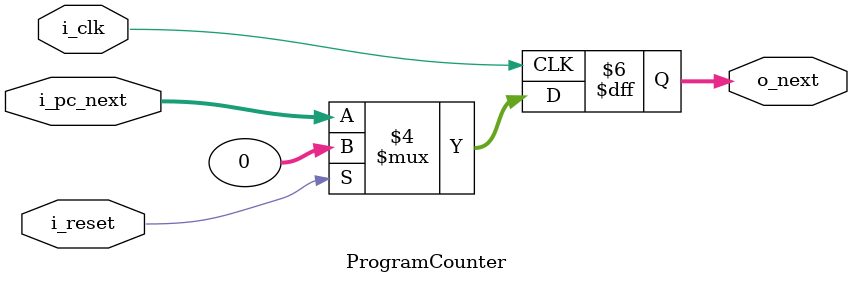
<source format=sv>
module ProgramCounter (i_clk, i_reset, i_pc_next, o_next);

 input i_clk, i_reset;
 input [31:0] i_pc_next;
 output reg [31:0] o_next;
 
 always @(posedge i_clk) begin
  if(i_reset==1) begin
   o_next <= 31'h0000_0000;
  end
  else begin
      o_next <= i_pc_next;
  end
 
 end

endmodule
</source>
